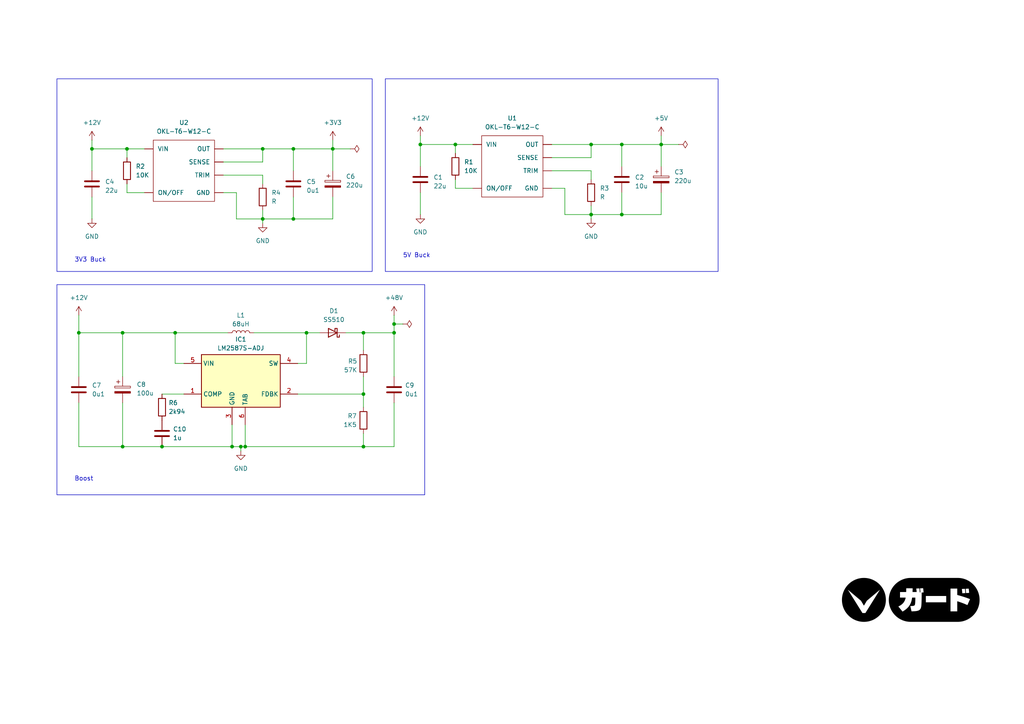
<source format=kicad_sch>
(kicad_sch (version 20231120) (generator "eeschema") (generator_version "8.0")
  (paper "A4")
  (title_block (title "Step Down & Step Up Converters") (date "2024-08-01") (rev "2") (company "Sentinels Robotics") (comment 1 "Created By: Vincent Cayadi"))
  (lib_symbols
    (symbol "+12V_1" (power) (pin_numbers hide) (pin_names (offset 0) hide)
      (property "Value" "+12V" (at 0 3.556 0))
      (symbol "+12V_1_0_1"
        (polyline (pts (xy -0.762 1.27) (xy 0 2.54)))
        (polyline (pts (xy 0 0) (xy 0 2.54)))
        (polyline (pts (xy 0 2.54) (xy 0.762 1.27)))
      )
      (symbol "+12V_1_1_1"
        (pin power_in line (at 0 0 90) (length 0) (name "~") (number "1"))
      )
    )
    (symbol "Device:C" (pin_numbers hide) (pin_names (offset 0.254))
      (property "Reference" "C" (at 0.635 2.54 0))
      (property "Value" "C" (at 0.635 -2.54 0))
      (symbol "C_0_1"
        (polyline (pts (xy -2.032 -0.762) (xy 2.032 -0.762)) (stroke (width 0.508)))
        (polyline (pts (xy -2.032 0.762) (xy 2.032 0.762)) (stroke (width 0.508)))
      )
      (symbol "C_1_1"
        (pin passive line (at 0 3.81 270) (length 2.794) (name "~") (number "1"))
        (pin passive line (at 0 -3.81 90) (length 2.794) (name "~") (number "2"))
      )
    )
    (symbol "Device:C_Polarized" (pin_numbers hide) (pin_names (offset 0.254))
      (property "Reference" "C" (at 0.635 2.54 0))
      (property "Value" "C_Polarized" (at 0.635 -2.54 0))
      (symbol "C_Polarized_0_1"
        (rectangle (start -2.286 0.508) (end 2.286 1.016))
        (polyline (pts (xy -1.778 2.286) (xy -0.762 2.286)))
        (polyline (pts (xy -1.27 2.794) (xy -1.27 1.778)))
        (rectangle (start 2.286 -0.508) (end -2.286 -1.016) (fill (type outline)))
      )
      (symbol "C_Polarized_1_1"
        (pin passive line (at 0 3.81 270) (length 2.794) (name "~") (number "1"))
        (pin passive line (at 0 -3.81 90) (length 2.794) (name "~") (number "2"))
      )
    )
    (symbol "Device:D_Schottky" (pin_numbers hide) (pin_names (offset 1.016) hide)
      (property "Reference" "D" (at 0 2.54 0))
      (property "Value" "D_Schottky" (at 0 -2.54 0))
      (symbol "D_Schottky_0_1"
        (polyline (pts (xy 1.27 0) (xy -1.27 0)))
        (polyline (pts (xy 1.27 1.27) (xy 1.27 -1.27) (xy -1.27 0) (xy 1.27 1.27)) (stroke (width 0.254)))
        (polyline (pts (xy -1.905 0.635) (xy -1.905 1.27) (xy -1.27 1.27) (xy -1.27 -1.27) (xy -0.635 -1.27) (xy -0.635 -0.635)) (stroke (width 0.254)))
      )
      (symbol "D_Schottky_1_1"
        (pin passive line (at -3.81 0 0) (length 2.54) (name "K") (number "1"))
        (pin passive line (at 3.81 0 180) (length 2.54) (name "A") (number "2"))
      )
    )
    (symbol "Device:L" (pin_numbers hide) (pin_names (offset 1.016) hide)
      (property "Reference" "L" (at -1.27 0 90))
      (property "Value" "L" (at 1.905 0 90))
      (symbol "L_0_1"
        (arc (start 0 -2.54) (mid 0.6323 -1.905) (end 0 -1.27))
        (arc (start 0 -1.27) (mid 0.6323 -0.635) (end 0 0))
        (arc (start 0 0) (mid 0.6323 0.635) (end 0 1.27))
        (arc (start 0 1.27) (mid 0.6323 1.905) (end 0 2.54))
      )
      (symbol "L_1_1"
        (pin passive line (at 0 3.81 270) (length 1.27) (name "1") (number "1"))
        (pin passive line (at 0 -3.81 90) (length 1.27) (name "2") (number "2"))
      )
    )
    (symbol "Device:R" (pin_numbers hide) (pin_names (offset 0))
      (property "Reference" "R" (at 2.032 0 90))
      (property "Value" "R" (at 0 0 90))
      (symbol "R_0_1"
        (rectangle (start -1.016 -2.54) (end 1.016 2.54) (stroke (width 0.254)))
      )
      (symbol "R_1_1"
        (pin passive line (at 0 3.81 270) (length 1.27) (name "~") (number "1"))
        (pin passive line (at 0 -3.81 90) (length 1.27) (name "~") (number "2"))
      )
    )
    (symbol "GND_1" (power) (pin_numbers hide) (pin_names (offset 0) hide)
      (property "Value" "GND" (at 0 -3.81 0))
      (symbol "GND_1_0_1"
        (polyline (pts (xy 0 0) (xy 0 -1.27) (xy 1.27 -1.27) (xy 0 -2.54) (xy -1.27 -1.27) (xy 0 -1.27)))
      )
      (symbol "GND_1_1_1"
        (pin power_in line (at 0 0 270) (length 0) (name "~") (number "1"))
      )
    )
    (symbol "GND_2" (power) (pin_numbers hide) (pin_names (offset 0) hide)
      (property "Value" "GND" (at 0 -3.81 0))
      (symbol "GND_2_0_1"
        (polyline (pts (xy 0 0) (xy 0 -1.27) (xy 1.27 -1.27) (xy 0 -2.54) (xy -1.27 -1.27) (xy 0 -1.27)))
      )
      (symbol "GND_2_1_1"
        (pin power_in line (at 0 0 270) (length 0) (name "~") (number "1"))
      )
    )
    (symbol "LM2587S-ADJ_NOPB:LM2587S-ADJ_NOPB"
      (property "Reference" "IC" (at -1.27 12.7 0))
      (property "Value" "LM2587S-ADJ_NOPB" (at -10.16 10.16 0))
      (symbol "LM2587S-ADJ_NOPB_1_1"
        (rectangle (start -11.43 7.62) (end 11.43 -7.62) (stroke (width 0.254)) (fill (type background)))
        (pin passive line (at -16.51 -3.81 0) (length 5.08) (name "COMP") (number "1"))
        (pin passive line (at 16.51 -3.81 180) (length 5.08) (name "FDBK") (number "2"))
        (pin passive line (at -2.54 -12.7 90) (length 5.08) (name "GND") (number "3"))
        (pin passive line (at 16.51 5.08 180) (length 5.08) (name "SW") (number "4"))
        (pin input line (at -16.51 5.08 0) (length 5.08) (name "VIN") (number "5"))
        (pin passive line (at 1.27 -12.7 90) (length 5.08) (name "TAB") (number "6"))
      )
    )
    (symbol "power:+3V3" (power) (pin_numbers hide) (pin_names (offset 0) hide)
      (property "Value" "+3V3" (at 0 3.556 0))
      (symbol "+3V3_0_1"
        (polyline (pts (xy -0.762 1.27) (xy 0 2.54)))
        (polyline (pts (xy 0 0) (xy 0 2.54)))
        (polyline (pts (xy 0 2.54) (xy 0.762 1.27)))
      )
      (symbol "+3V3_1_1"
        (pin power_in line (at 0 0 90) (length 0) (name "~") (number "1"))
      )
    )
    (symbol "power:+48V" (power) (pin_numbers hide) (pin_names (offset 0) hide)
      (property "Value" "+48V" (at 0 3.556 0))
      (symbol "+48V_0_1"
        (polyline (pts (xy -0.762 1.27) (xy 0 2.54)))
        (polyline (pts (xy 0 0) (xy 0 2.54)))
        (polyline (pts (xy 0 2.54) (xy 0.762 1.27)))
      )
      (symbol "+48V_1_1"
        (pin power_in line (at 0 0 90) (length 0) (name "~") (number "1"))
      )
    )
    (symbol "power:+5V" (power) (pin_numbers hide) (pin_names (offset 0) hide)
      (property "Value" "+5V" (at 0 3.556 0))
      (symbol "+5V_0_1"
        (polyline (pts (xy -0.762 1.27) (xy 0 2.54)))
        (polyline (pts (xy 0 0) (xy 0 2.54)))
        (polyline (pts (xy 0 2.54) (xy 0.762 1.27)))
      )
      (symbol "+5V_1_1"
        (pin power_in line (at 0 0 90) (length 0) (name "~") (number "1"))
      )
    )
    (symbol "power:GND" (power) (pin_numbers hide) (pin_names (offset 0) hide)
      (property "Value" "GND" (at 0 -3.81 0))
      (symbol "GND_0_1"
        (polyline (pts (xy 0 0) (xy 0 -1.27) (xy 1.27 -1.27) (xy 0 -2.54) (xy -1.27 -1.27) (xy 0 -1.27)))
      )
      (symbol "GND_1_1"
        (pin power_in line (at 0 0 270) (length 0) (name "~") (number "1"))
      )
    )
    (symbol "power:PWR_FLAG" (power) (pin_numbers hide) (pin_names (offset 0) hide)
      (property "Value" "PWR_FLAG" (at 0 3.81 0))
      (symbol "PWR_FLAG_0_0"
        (pin power_out line (at 0 0 90) (length 0) (name "~") (number "1"))
      )
      (symbol "PWR_FLAG_0_1"
        (polyline (pts (xy 0 0) (xy 0 1.27) (xy -1.016 1.905) (xy 0 2.54) (xy 1.016 1.905) (xy 0 1.27)))
      )
    )
    (symbol "senrobo_kicad:OKL-T6-W12-C" (pin_numbers hide) (pin_names (offset 1.27))
      (property "Reference" "U" (at 0 6.858 0))
      (property "Value" "OKL-T6-W12-C" (at 0 5.08 0))
      (symbol "OKL-T6-W12-C_0_1"
        (rectangle (start -8.89 2.54) (end 8.89 -15.24))
      )
      (symbol "OKL-T6-W12-C_1_1"
        (pin input line (at -11.43 -12.7 0) (length 2.54) (name "ON/OFF") (number "1"))
        (pin no_connect line (at -11.43 -7.62 0) (length 2.54) hide (name "") (number "10"))
        (pin no_connect line (at -11.43 -7.62 0) (length 2.54) hide (name "") (number "11"))
        (pin power_in line (at -11.43 0 0) (length 2.54) (name "VIN") (number "2"))
        (pin power_in line (at 11.43 -12.7 180) (length 2.54) (name "GND") (number "3"))
        (pin power_in line (at 11.43 0 180) (length 2.54) (name "OUT") (number "4"))
        (pin input line (at 11.43 -3.81 180) (length 2.54) (name "SENSE") (number "5"))
        (pin input line (at 11.43 -7.62 180) (length 2.54) (name "TRIM") (number "6"))
        (pin power_in line (at 11.43 -12.7 180) (length 2.54) hide (name "GND") (number "7"))
        (pin no_connect line (at -11.43 -7.62 0) (length 2.54) hide (name "") (number "9"))
      )
    )
  )
  (junction (at 180.34 62.23))
  (junction (at 105.41 114.3))
  (junction (at 50.8 96.52))
  (junction (at 132.08 41.91))
  (junction (at 67.31 129.54))
  (junction (at 85.09 43.18))
  (junction (at 22.86 96.52))
  (junction (at 76.2 43.18))
  (junction (at 36.83 43.18))
  (junction (at 88.9 96.52))
  (junction (at 96.52 43.18))
  (junction (at 171.45 41.91))
  (junction (at 171.45 62.23))
  (junction (at 69.85 129.54))
  (junction (at 121.92 41.91))
  (junction (at 180.34 41.91))
  (junction (at 114.3 96.52))
  (junction (at 105.41 129.54))
  (junction (at 191.77 41.91))
  (junction (at 46.99 129.54))
  (junction (at 26.67 43.18))
  (junction (at 35.56 96.52))
  (junction (at 114.3 93.98))
  (junction (at 35.56 129.54))
  (junction (at 71.12 129.54))
  (junction (at 85.09 63.5))
  (junction (at 76.2 63.5))
  (junction (at 105.41 96.52))
  (wire (pts (xy 85.09 43.18) (xy 85.09 49.53)))
  (wire (pts (xy 163.83 62.23) (xy 171.45 62.23)))
  (wire (pts (xy 191.77 62.23) (xy 180.34 62.23)))
  (wire (pts (xy 41.91 55.88) (xy 36.83 55.88)))
  (wire (pts (xy 35.56 129.54) (xy 35.56 116.84)))
  (wire (pts (xy 71.12 129.54) (xy 105.41 129.54)))
  (wire (pts (xy 96.52 40.64) (xy 96.52 43.18)))
  (wire (pts (xy 36.83 53.34) (xy 36.83 55.88)))
  (wire (pts (xy 105.41 109.22) (xy 105.41 114.3)))
  (wire (pts (xy 68.58 63.5) (xy 76.2 63.5)))
  (wire (pts (xy 64.77 46.99) (xy 76.2 46.99)))
  (wire (pts (xy 180.34 55.88) (xy 180.34 62.23)))
  (wire (pts (xy 88.9 105.41) (xy 86.36 105.41)))
  (wire (pts (xy 67.31 129.54) (xy 46.99 129.54)))
  (wire (pts (xy 46.99 129.54) (xy 35.56 129.54)))
  (wire (pts (xy 22.86 116.84) (xy 22.86 129.54)))
  (wire (pts (xy 105.41 96.52) (xy 105.41 101.6)))
  (wire (pts (xy 114.3 129.54) (xy 114.3 116.84)))
  (wire (pts (xy 76.2 63.5) (xy 85.09 63.5)))
  (wire (pts (xy 137.16 54.61) (xy 132.08 54.61)))
  (wire (pts (xy 69.85 130.81) (xy 69.85 129.54)))
  (wire (pts (xy 121.92 39.37) (xy 121.92 41.91)))
  (wire (pts (xy 105.41 114.3) (xy 105.41 118.11)))
  (wire (pts (xy 71.12 123.19) (xy 71.12 129.54)))
  (wire (pts (xy 76.2 43.18) (xy 85.09 43.18)))
  (wire (pts (xy 88.9 96.52) (xy 88.9 105.41)))
  (wire (pts (xy 96.52 57.15) (xy 96.52 63.5)))
  (wire (pts (xy 50.8 96.52) (xy 66.04 96.52)))
  (wire (pts (xy 22.86 96.52) (xy 35.56 96.52)))
  (wire (pts (xy 76.2 46.99) (xy 76.2 43.18)))
  (wire (pts (xy 171.45 62.23) (xy 180.34 62.23)))
  (wire (pts (xy 50.8 105.41) (xy 50.8 96.52)))
  (wire (pts (xy 22.86 96.52) (xy 22.86 109.22)))
  (wire (pts (xy 76.2 63.5) (xy 76.2 64.77)))
  (wire (pts (xy 121.92 41.91) (xy 132.08 41.91)))
  (wire (pts (xy 36.83 43.18) (xy 41.91 43.18)))
  (wire (pts (xy 26.67 40.64) (xy 26.67 43.18)))
  (wire (pts (xy 105.41 129.54) (xy 114.3 129.54)))
  (wire (pts (xy 171.45 41.91) (xy 180.34 41.91)))
  (wire (pts (xy 26.67 49.53) (xy 26.67 43.18)))
  (wire (pts (xy 132.08 52.07) (xy 132.08 54.61)))
  (wire (pts (xy 114.3 96.52) (xy 114.3 109.22)))
  (wire (pts (xy 191.77 41.91) (xy 191.77 48.26)))
  (wire (pts (xy 163.83 54.61) (xy 163.83 62.23)))
  (wire (pts (xy 76.2 60.96) (xy 76.2 63.5)))
  (wire (pts (xy 67.31 123.19) (xy 67.31 129.54)))
  (wire (pts (xy 76.2 53.34) (xy 76.2 50.8)))
  (wire (pts (xy 26.67 43.18) (xy 36.83 43.18)))
  (wire (pts (xy 191.77 39.37) (xy 191.77 41.91)))
  (wire (pts (xy 64.77 43.18) (xy 76.2 43.18)))
  (wire (pts (xy 96.52 43.18) (xy 101.6 43.18)))
  (wire (pts (xy 96.52 63.5) (xy 85.09 63.5)))
  (wire (pts (xy 160.02 45.72) (xy 171.45 45.72)))
  (wire (pts (xy 67.31 129.54) (xy 69.85 129.54)))
  (wire (pts (xy 53.34 114.3) (xy 46.99 114.3)))
  (wire (pts (xy 121.92 48.26) (xy 121.92 41.91)))
  (wire (pts (xy 68.58 55.88) (xy 68.58 63.5)))
  (wire (pts (xy 88.9 96.52) (xy 92.71 96.52)))
  (wire (pts (xy 132.08 41.91) (xy 132.08 44.45)))
  (wire (pts (xy 114.3 93.98) (xy 114.3 96.52)))
  (wire (pts (xy 171.45 62.23) (xy 171.45 63.5)))
  (wire (pts (xy 100.33 96.52) (xy 105.41 96.52)))
  (wire (pts (xy 171.45 52.07) (xy 171.45 49.53)))
  (wire (pts (xy 35.56 96.52) (xy 35.56 109.22)))
  (wire (pts (xy 114.3 93.98) (xy 114.3 91.44)))
  (wire (pts (xy 160.02 54.61) (xy 163.83 54.61)))
  (wire (pts (xy 71.12 129.54) (xy 69.85 129.54)))
  (wire (pts (xy 96.52 43.18) (xy 96.52 49.53)))
  (wire (pts (xy 36.83 43.18) (xy 36.83 45.72)))
  (wire (pts (xy 86.36 114.3) (xy 105.41 114.3)))
  (wire (pts (xy 26.67 57.15) (xy 26.67 63.5)))
  (wire (pts (xy 64.77 55.88) (xy 68.58 55.88)))
  (wire (pts (xy 85.09 57.15) (xy 85.09 63.5)))
  (wire (pts (xy 73.66 96.52) (xy 88.9 96.52)))
  (wire (pts (xy 171.45 59.69) (xy 171.45 62.23)))
  (wire (pts (xy 114.3 93.98) (xy 116.84 93.98)))
  (wire (pts (xy 121.92 55.88) (xy 121.92 62.23)))
  (wire (pts (xy 180.34 41.91) (xy 180.34 48.26)))
  (wire (pts (xy 50.8 105.41) (xy 53.34 105.41)))
  (wire (pts (xy 50.8 96.52) (xy 35.56 96.52)))
  (wire (pts (xy 191.77 55.88) (xy 191.77 62.23)))
  (wire (pts (xy 160.02 41.91) (xy 171.45 41.91)))
  (wire (pts (xy 191.77 41.91) (xy 196.85 41.91)))
  (wire (pts (xy 191.77 41.91) (xy 180.34 41.91)))
  (wire (pts (xy 64.77 50.8) (xy 76.2 50.8)))
  (wire (pts (xy 171.45 45.72) (xy 171.45 41.91)))
  (wire (pts (xy 160.02 49.53) (xy 171.45 49.53)))
  (wire (pts (xy 105.41 125.73) (xy 105.41 129.54)))
  (wire (pts (xy 22.86 129.54) (xy 35.56 129.54)))
  (wire (pts (xy 96.52 43.18) (xy 85.09 43.18)))
  (wire (pts (xy 22.86 91.44) (xy 22.86 96.52)))
  (wire (pts (xy 132.08 41.91) (xy 137.16 41.91)))
  (wire (pts (xy 105.41 96.52) (xy 114.3 96.52)))
  (rectangle (start 16.51 22.86) (end 107.95 78.74))
  (rectangle (start 16.51 82.55) (end 123.19 143.51))
  (rectangle (start 111.76 22.86) (end 208.28 78.74))
  (image (at 264.16 173.99) (scale 0.133286))
  (text "3V3 Buck" (at 21.59 76.2 0) (effects (font (size 1.27 1.27)) (justify left bottom)))
  (text "Boost" (at 21.59 139.7 0) (effects (font (size 1.27 1.27)) (justify left bottom)))
  (text "5V Buck" (at 116.84 74.93 0) (effects (font (size 1.27 1.27)) (justify left bottom)))
  (symbol (lib_id "Device:R") (at 76.2 57.15 0) (unit 1)
    (property "Reference" "R4" (at 78.74 55.8799 0) (effects (justify left)))
    (property "Value" "R" (at 78.74 58.4199 0) (effects (justify left)))
    (property "Description" "Resistor" (effects (hide yes)))
  )
  (symbol (lib_id "Device:R") (at 105.41 105.41 0) (mirror y) (unit 1)
    (property "Reference" "R5" (at 103.632 104.775 0) (effects (justify left)))
    (property "Value" "57K" (at 103.632 107.315 0) (effects (justify left)))
    (property "Footprint" "Library:res0603" (effects (hide yes)))
    (property "LCSC" "C23082" (effects (hide yes)))
  )
  (symbol (lib_name "+12V_1") (lib_id "power:+12V") (at 26.67 40.64 0) (unit 1)
    (property "Reference" "#PWR08" (effects (hide yes)))
    (property "Value" "+12V" (at 26.67 35.56 0))
    (property "Description" "Power symbol creates a global label with name \"+12V\"" (effects (hide yes)))
  )
  (symbol (lib_id "power:GND") (at 171.45 63.5 0) (unit 1)
    (property "Reference" "#PWR012" (effects (hide yes)))
    (property "Value" "GND" (at 171.45 68.58 0))
    (property "Description" "Power symbol creates a global label with name \"GND\" , ground" (effects (hide yes)))
  )
  (symbol (lib_id "Device:R") (at 132.08 48.26 0) (unit 1)
    (property "Reference" "R1" (at 134.62 46.9899 0) (effects (justify left)))
    (property "Value" "10K" (at 134.62 49.5299 0) (effects (justify left)))
    (property "Description" "Resistor" (effects (hide yes)))
  )
  (symbol (lib_id "Device:R") (at 46.99 118.11 0) (unit 1)
    (property "Reference" "R6" (at 48.895 116.8399 0) (effects (justify left)))
    (property "Value" "2k94" (at 48.895 119.3799 0) (effects (justify left)))
    (property "Footprint" "Library:res0603" (effects (hide yes)))
    (property "LCSC" "C137748" (effects (hide yes)))
  )
  (symbol (lib_name "+12V_1") (lib_id "power:+12V") (at 121.92 39.37 0) (unit 1)
    (property "Reference" "#PWR06" (effects (hide yes)))
    (property "Value" "+12V" (at 121.92 34.29 0))
    (property "Description" "Power symbol creates a global label with name \"+12V\"" (effects (hide yes)))
  )
  (symbol (lib_id "Device:C") (at 46.99 125.73 0) (unit 1)
    (property "Reference" "C10" (at 50.165 124.4599 0) (effects (justify left)))
    (property "Value" "1u" (at 50.165 126.9999 0) (effects (justify left)))
    (property "Footprint" "Library:cap0603" (effects (hide yes)))
    (property "LCSC" "C59782" (effects (hide yes)))
  )
  (symbol (lib_id "Device:C") (at 26.67 53.34 0) (unit 1)
    (property "Reference" "C4" (at 30.48 52.705 0) (effects (justify left)))
    (property "Value" "22u" (at 30.48 55.245 0) (effects (justify left)))
    (property "Footprint" "Library:cap0603" (effects (hide yes)))
    (property "LCSC" "C92487" (effects (hide yes)))
  )
  (symbol (lib_id "Device:D_Schottky") (at 96.52 96.52 180) (unit 1)
    (property "Reference" "D1" (at 96.8375 90.17 0))
    (property "Value" "SS510" (at 96.8375 92.71 0))
    (property "Footprint" "Library:SMA (DO-214AC)" (effects (hide yes)))
    (property "LCSC" "C908682" (effects (hide yes)))
  )
  (symbol (lib_id "power:+3V3") (at 96.52 40.64 0) (unit 1)
    (property "Reference" "#PWR09" (effects (hide yes)))
    (property "Value" "+3V3" (at 96.52 35.56 0))
    (property "Description" "Power symbol creates a global label with name \"+3V3\"" (effects (hide yes)))
  )
  (symbol (lib_id "Device:C") (at 22.86 113.03 0) (unit 1)
    (property "Reference" "C7" (at 26.67 111.76 0) (effects (justify left)))
    (property "Value" "0u1" (at 26.67 114.3 0) (effects (justify left)))
    (property "Footprint" "Library:cap0603" (effects (hide yes)))
    (property "LCSC" "C3011705" (effects (hide yes)))
  )
  (symbol (lib_id "Device:C") (at 114.3 113.03 0) (unit 1)
    (property "Reference" "C9" (at 117.475 111.7599 0) (effects (justify left)))
    (property "Value" "0u1" (at 117.475 114.2999 0) (effects (justify left)))
    (property "Footprint" "Library:cap0603" (effects (hide yes)))
    (property "LCSC" "C3011705" (effects (hide yes)))
  )
  (symbol (lib_id "Device:R") (at 36.83 49.53 0) (unit 1)
    (property "Reference" "R2" (at 39.37 48.2599 0) (effects (justify left)))
    (property "Value" "10K" (at 39.37 50.7999 0) (effects (justify left)))
    (property "Description" "Resistor" (effects (hide yes)))
  )
  (symbol (lib_id "senrobo_kicad:OKL-T6-W12-C") (at 53.34 43.18 0) (unit 1)
    (property "Reference" "U2" (at 53.34 35.56 0))
    (property "Value" "OKL-T6-W12-C" (at 53.34 38.1 0))
  )
  (symbol (lib_id "power:GND") (at 76.2 64.77 0) (unit 1)
    (property "Reference" "#PWR013" (effects (hide yes)))
    (property "Value" "GND" (at 76.2 69.85 0))
    (property "Description" "Power symbol creates a global label with name \"GND\" , ground" (effects (hide yes)))
  )
  (symbol (lib_id "senrobo_kicad:OKL-T6-W12-C") (at 148.59 41.91 0) (unit 1)
    (property "Reference" "U1" (at 148.59 34.29 0))
    (property "Value" "OKL-T6-W12-C" (at 148.59 36.83 0))
  )
  (symbol (lib_id "Device:C_Polarized") (at 96.52 53.34 0) (unit 1)
    (property "Reference" "C6" (at 100.33 51.1809 0) (effects (justify left)))
    (property "Value" "220u" (at 100.33 53.7209 0) (effects (justify left)))
    (property "Description" "Polarized capacitor" (effects (hide yes)))
  )
  (symbol (lib_name "GND_2") (lib_id "power:GND") (at 69.85 130.81 0) (unit 1)
    (property "Reference" "#PWR016" (effects (hide yes)))
    (property "Value" "GND" (at 69.85 135.89 0))
    (property "Description" "Power symbol creates a global label with name \"GND\" , ground" (effects (hide yes)))
  )
  (symbol (lib_name "GND_1") (lib_id "power:GND") (at 121.92 62.23 0) (mirror y) (unit 1)
    (property "Reference" "#PWR010" (effects (hide yes)))
    (property "Value" "GND" (at 121.92 67.31 0))
    (property "Description" "Power symbol creates a global label with name \"GND\" , ground" (effects (hide yes)))
  )
  (symbol (lib_id "Device:C") (at 85.09 53.34 0) (unit 1)
    (property "Reference" "C5" (at 88.9 52.705 0) (effects (justify left)))
    (property "Value" "0u1" (at 88.9 55.245 0) (effects (justify left)))
    (property "Footprint" "Library:cap0603" (effects (hide yes)))
    (property "LCSC" "C92487" (effects (hide yes)))
  )
  (symbol (lib_name "+12V_1") (lib_id "power:+12V") (at 22.86 91.44 0) (unit 1)
    (property "Reference" "#PWR014" (effects (hide yes)))
    (property "Value" "+12V" (at 22.86 86.36 0))
    (property "Description" "Power symbol creates a global label with name \"+12V\"" (effects (hide yes)))
  )
  (symbol (lib_id "Device:C") (at 180.34 52.07 0) (unit 1)
    (property "Reference" "C2" (at 184.15 51.435 0) (effects (justify left)))
    (property "Value" "10u" (at 184.15 53.975 0) (effects (justify left)))
    (property "Footprint" "Library:cap0603" (effects (hide yes)))
    (property "LCSC" "C92487" (effects (hide yes)))
  )
  (symbol (lib_id "Device:L") (at 69.85 96.52 90) (unit 1)
    (property "Reference" "L1" (at 69.85 91.44 90))
    (property "Value" "68uH" (at 69.85 93.98 90))
    (property "Footprint" "Library:1040 One Piece Inductor" (effects (hide yes)))
    (property "LCSC" "C2875750" (effects (hide yes)))
  )
  (symbol (lib_id "power:+48V") (at 114.3 91.44 0) (unit 1)
    (property "Reference" "#PWR015" (effects (hide yes)))
    (property "Value" "+48V" (at 114.3 86.36 0))
    (property "Description" "Power symbol creates a global label with name \"+48V\"" (effects (hide yes)))
  )
  (symbol (lib_id "power:PWR_FLAG") (at 101.6 43.18 270) (unit 1)
    (property "Reference" "#FLG04" (effects (hide yes)))
    (property "Value" "PWR_FLAG" (effects (hide yes)))
    (property "Description" "Special symbol for telling ERC where power comes from" (effects (hide yes)))
  )
  (symbol (lib_id "power:PWR_FLAG") (at 116.84 93.98 270) (unit 1)
    (property "Reference" "#FLG05" (effects (hide yes)))
    (property "Value" "PWR_FLAG" (effects (hide yes)))
    (property "Description" "Special symbol for telling ERC where power comes from" (effects (hide yes)))
  )
  (symbol (lib_id "Device:C") (at 121.92 52.07 0) (unit 1)
    (property "Reference" "C1" (at 125.73 51.435 0) (effects (justify left)))
    (property "Value" "22u" (at 125.73 53.975 0) (effects (justify left)))
    (property "Footprint" "Library:cap0603" (effects (hide yes)))
    (property "LCSC" "C92487" (effects (hide yes)))
  )
  (symbol (lib_id "LM2587S-ADJ_NOPB:LM2587S-ADJ_NOPB") (at 69.85 110.49 0) (unit 1)
    (property "Reference" "IC1" (at 69.85 98.425 0))
    (property "Value" "LM2587S-ADJ" (at 69.85 100.965 0))
    (property "Footprint" "Library:TO170P1435X465-6N" (effects (hide yes)))
    (property "Datasheet" "http://www.ti.com/lit/ds/symlink/lm2587.pdf" (effects (hide yes)))
    (property "LCSC" "C1355343" (effects (hide yes)))
    (property "Height" "4.65" (effects (hide yes)))
    (property "Manufacturer_Name" "Texas Instruments" (effects (hide yes)))
    (property "Manufacturer_Part_Number" "LM2587S-ADJ/NOPB" (effects (hide yes)))
    (property "Mouser Part Number" "926-LM2587S-ADJ/NOPB" (effects (hide yes)))
    (property "Mouser Price/Stock" "https://www.mouser.co.uk/ProductDetail/Texas-Instruments/LM2587S-ADJ-NOPB?qs=X1J7HmVL2ZEPViE%252BXoggZw%3D%3D" (effects (hide yes)))
    (property "Arrow Part Number" "LM2587S-ADJ/NOPB" (effects (hide yes)))
    (property "Arrow Price/Stock" "https://www.arrow.com/en/products/lm2587s-adjnopb/texas-instruments?region=nac" (effects (hide yes)))
  )
  (symbol (lib_id "Device:C_Polarized") (at 191.77 52.07 0) (unit 1)
    (property "Reference" "C3" (at 195.58 49.9109 0) (effects (justify left)))
    (property "Value" "220u" (at 195.58 52.4509 0) (effects (justify left)))
    (property "Description" "Polarized capacitor" (effects (hide yes)))
  )
  (symbol (lib_name "GND_1") (lib_id "power:GND") (at 26.67 63.5 0) (mirror y) (unit 1)
    (property "Reference" "#PWR011" (effects (hide yes)))
    (property "Value" "GND" (at 26.67 68.58 0))
    (property "Description" "Power symbol creates a global label with name \"GND\" , ground" (effects (hide yes)))
  )
  (symbol (lib_id "Device:R") (at 171.45 55.88 0) (unit 1)
    (property "Reference" "R3" (at 173.99 54.6099 0) (effects (justify left)))
    (property "Value" "R" (at 173.99 57.1499 0) (effects (justify left)))
    (property "Description" "Resistor" (effects (hide yes)))
  )
  (symbol (lib_id "power:PWR_FLAG") (at 196.85 41.91 270) (unit 1)
    (property "Reference" "#FLG03" (effects (hide yes)))
    (property "Value" "PWR_FLAG" (effects (hide yes)))
    (property "Description" "Special symbol for telling ERC where power comes from" (effects (hide yes)))
  )
  (symbol (lib_id "Device:C_Polarized") (at 35.56 113.03 0) (unit 1)
    (property "Reference" "C8" (at 39.624 111.506 0) (effects (justify left)))
    (property "Value" "100u" (at 39.624 114.046 0) (effects (justify left)))
    (property "Footprint" "Capacitor_SMD:CP_Elec_8x6.5" (effects (hide yes)))
    (property "LCSC" "C249586" (effects (hide yes)))
  )
  (symbol (lib_id "Device:R") (at 105.41 121.92 0) (mirror y) (unit 1)
    (property "Reference" "R7" (at 103.505 120.6499 0) (effects (justify left)))
    (property "Value" "1K5" (at 103.505 123.1899 0) (effects (justify left)))
    (property "Footprint" "Library:res0603" (effects (hide yes)))
    (property "LCSC" "C22843" (effects (hide yes)))
  )
  (symbol (lib_id "power:+5V") (at 191.77 39.37 0) (unit 1)
    (property "Reference" "#PWR07" (effects (hide yes)))
    (property "Value" "+5V" (at 191.77 34.29 0))
    (property "Description" "Power symbol creates a global label with name \"+5V\"" (effects (hide yes)))
  )
)
</source>
